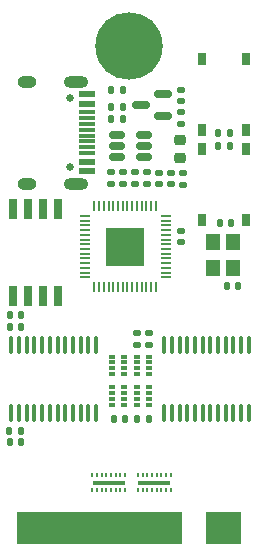
<source format=gbr>
%TF.GenerationSoftware,KiCad,Pcbnew,7.0.5-0*%
%TF.CreationDate,2023-07-31T19:13:05-04:00*%
%TF.ProjectId,mula,6d756c61-2e6b-4696-9361-645f70636258,rev?*%
%TF.SameCoordinates,Original*%
%TF.FileFunction,Soldermask,Top*%
%TF.FilePolarity,Negative*%
%FSLAX46Y46*%
G04 Gerber Fmt 4.6, Leading zero omitted, Abs format (unit mm)*
G04 Created by KiCad (PCBNEW 7.0.5-0) date 2023-07-31 19:13:05*
%MOMM*%
%LPD*%
G01*
G04 APERTURE LIST*
G04 Aperture macros list*
%AMRoundRect*
0 Rectangle with rounded corners*
0 $1 Rounding radius*
0 $2 $3 $4 $5 $6 $7 $8 $9 X,Y pos of 4 corners*
0 Add a 4 corners polygon primitive as box body*
4,1,4,$2,$3,$4,$5,$6,$7,$8,$9,$2,$3,0*
0 Add four circle primitives for the rounded corners*
1,1,$1+$1,$2,$3*
1,1,$1+$1,$4,$5*
1,1,$1+$1,$6,$7*
1,1,$1+$1,$8,$9*
0 Add four rect primitives between the rounded corners*
20,1,$1+$1,$2,$3,$4,$5,0*
20,1,$1+$1,$4,$5,$6,$7,0*
20,1,$1+$1,$6,$7,$8,$9,0*
20,1,$1+$1,$8,$9,$2,$3,0*%
G04 Aperture macros list end*
%ADD10RoundRect,0.140000X-0.140000X-0.170000X0.140000X-0.170000X0.140000X0.170000X-0.140000X0.170000X0*%
%ADD11RoundRect,0.218750X-0.256250X0.218750X-0.256250X-0.218750X0.256250X-0.218750X0.256250X0.218750X0*%
%ADD12R,0.750000X1.000000*%
%ADD13RoundRect,0.135000X-0.185000X0.135000X-0.185000X-0.135000X0.185000X-0.135000X0.185000X0.135000X0*%
%ADD14RoundRect,0.100000X0.100000X-0.637500X0.100000X0.637500X-0.100000X0.637500X-0.100000X-0.637500X0*%
%ADD15C,5.703200*%
%ADD16RoundRect,0.101600X-0.175000X-1.250000X0.175000X-1.250000X0.175000X1.250000X-0.175000X1.250000X0*%
%ADD17RoundRect,0.140000X0.170000X-0.140000X0.170000X0.140000X-0.170000X0.140000X-0.170000X-0.140000X0*%
%ADD18R,0.650000X1.700000*%
%ADD19RoundRect,0.135000X-0.135000X-0.185000X0.135000X-0.185000X0.135000X0.185000X-0.135000X0.185000X0*%
%ADD20RoundRect,0.150000X0.587500X0.150000X-0.587500X0.150000X-0.587500X-0.150000X0.587500X-0.150000X0*%
%ADD21RoundRect,0.135000X0.185000X-0.135000X0.185000X0.135000X-0.185000X0.135000X-0.185000X-0.135000X0*%
%ADD22RoundRect,0.140000X0.140000X0.170000X-0.140000X0.170000X-0.140000X-0.170000X0.140000X-0.170000X0*%
%ADD23RoundRect,0.140000X-0.170000X0.140000X-0.170000X-0.140000X0.170000X-0.140000X0.170000X0.140000X0*%
%ADD24R,0.200000X0.400000*%
%ADD25R,2.800000X0.400000*%
%ADD26RoundRect,0.150000X-0.512500X-0.150000X0.512500X-0.150000X0.512500X0.150000X-0.512500X0.150000X0*%
%ADD27R,0.500000X0.320000*%
%ADD28RoundRect,0.135000X0.135000X0.185000X-0.135000X0.185000X-0.135000X-0.185000X0.135000X-0.185000X0*%
%ADD29R,1.200000X1.400000*%
%ADD30RoundRect,0.050000X0.050000X-0.387500X0.050000X0.387500X-0.050000X0.387500X-0.050000X-0.387500X0*%
%ADD31RoundRect,0.050000X0.387500X-0.050000X0.387500X0.050000X-0.387500X0.050000X-0.387500X-0.050000X0*%
%ADD32R,3.200000X3.200000*%
%ADD33C,0.650000*%
%ADD34R,1.450000X0.600000*%
%ADD35R,1.450000X0.300000*%
%ADD36O,2.100000X1.000000*%
%ADD37O,1.600000X1.000000*%
G04 APERTURE END LIST*
D10*
%TO.C,C115*%
X129870000Y-105425000D03*
X130830000Y-105425000D03*
%TD*%
D11*
%TO.C,D101*%
X144300000Y-79800000D03*
X144300000Y-81375000D03*
%TD*%
D12*
%TO.C,SW102*%
X146170000Y-78970000D03*
X146170000Y-72970000D03*
X149920000Y-78970000D03*
X149920000Y-72970000D03*
%TD*%
D13*
%TO.C,R105*%
X141525000Y-82565000D03*
X141525000Y-83585000D03*
%TD*%
D10*
%TO.C,C101*%
X148245000Y-92175000D03*
X149205000Y-92175000D03*
%TD*%
D13*
%TO.C,R104*%
X140500000Y-82540000D03*
X140500000Y-83560000D03*
%TD*%
D14*
%TO.C,U106*%
X142975000Y-102925000D03*
X143625000Y-102925000D03*
X144275000Y-102925000D03*
X144925000Y-102925000D03*
X145575000Y-102925000D03*
X146225000Y-102925000D03*
X146875000Y-102925000D03*
X147525000Y-102925000D03*
X148175000Y-102925000D03*
X148825000Y-102925000D03*
X149475000Y-102925000D03*
X150125000Y-102925000D03*
X150125000Y-97200000D03*
X149475000Y-97200000D03*
X148825000Y-97200000D03*
X148175000Y-97200000D03*
X147525000Y-97200000D03*
X146875000Y-97200000D03*
X146225000Y-97200000D03*
X145575000Y-97200000D03*
X144925000Y-97200000D03*
X144275000Y-97200000D03*
X143625000Y-97200000D03*
X142975000Y-97200000D03*
%TD*%
D15*
%TO.C,J102*%
X139987500Y-71905000D03*
D16*
X149237500Y-112655000D03*
X148737500Y-112655000D03*
X148237500Y-112655000D03*
X147737500Y-112655000D03*
X147237500Y-112655000D03*
X146737500Y-112655000D03*
X144237500Y-112655000D03*
X143737500Y-112655000D03*
X143237500Y-112655000D03*
X142737500Y-112655000D03*
X142237500Y-112655000D03*
X141737500Y-112655000D03*
X141237500Y-112655000D03*
X140737500Y-112655000D03*
X140237500Y-112655000D03*
X139737500Y-112655000D03*
X139237500Y-112655000D03*
X138737500Y-112655000D03*
X138237500Y-112655000D03*
X137737500Y-112655000D03*
X137237500Y-112655000D03*
X136737500Y-112655000D03*
X136237500Y-112655000D03*
X135737500Y-112655000D03*
X135237500Y-112655000D03*
X134737500Y-112655000D03*
X134237500Y-112655000D03*
X133737500Y-112655000D03*
X133237500Y-112655000D03*
X132737500Y-112655000D03*
X132237500Y-112655000D03*
X131737500Y-112655000D03*
X131237500Y-112655000D03*
X130737500Y-112655000D03*
%TD*%
D17*
%TO.C,C114*%
X144400000Y-76550000D03*
X144400000Y-75590000D03*
%TD*%
D18*
%TO.C,U101*%
X130120000Y-93000000D03*
X131390000Y-93000000D03*
X132660000Y-93000000D03*
X133930000Y-93000000D03*
X133930000Y-85700000D03*
X132660000Y-85700000D03*
X131390000Y-85700000D03*
X130120000Y-85700000D03*
%TD*%
D19*
%TO.C,R107*%
X129845000Y-104425000D03*
X130865000Y-104425000D03*
%TD*%
D20*
%TO.C,U104*%
X142875000Y-77795000D03*
X142875000Y-75895000D03*
X141000000Y-76845000D03*
%TD*%
D21*
%TO.C,R109*%
X144575000Y-83610000D03*
X144575000Y-82590000D03*
%TD*%
D22*
%TO.C,C105*%
X130850000Y-95650000D03*
X129890000Y-95650000D03*
%TD*%
D13*
%TO.C,R103*%
X138492500Y-82555000D03*
X138492500Y-83575000D03*
%TD*%
D14*
%TO.C,U105*%
X130025000Y-102900000D03*
X130675000Y-102900000D03*
X131325000Y-102900000D03*
X131975000Y-102900000D03*
X132625000Y-102900000D03*
X133275000Y-102900000D03*
X133925000Y-102900000D03*
X134575000Y-102900000D03*
X135225000Y-102900000D03*
X135875000Y-102900000D03*
X136525000Y-102900000D03*
X137175000Y-102900000D03*
X137175000Y-97175000D03*
X136525000Y-97175000D03*
X135875000Y-97175000D03*
X135225000Y-97175000D03*
X134575000Y-97175000D03*
X133925000Y-97175000D03*
X133275000Y-97175000D03*
X132625000Y-97175000D03*
X131975000Y-97175000D03*
X131325000Y-97175000D03*
X130675000Y-97175000D03*
X130025000Y-97175000D03*
%TD*%
D12*
%TO.C,SW101*%
X146145000Y-86570000D03*
X146145000Y-80570000D03*
X149895000Y-86570000D03*
X149895000Y-80570000D03*
%TD*%
D22*
%TO.C,C106*%
X130850000Y-94675000D03*
X129890000Y-94675000D03*
%TD*%
D23*
%TO.C,C103*%
X142550000Y-82590000D03*
X142550000Y-83550000D03*
%TD*%
%TO.C,C112*%
X141675000Y-96195000D03*
X141675000Y-97155000D03*
%TD*%
%TO.C,C104*%
X139482500Y-82575000D03*
X139482500Y-83535000D03*
%TD*%
D19*
%TO.C,R106*%
X147510000Y-79220000D03*
X148530000Y-79220000D03*
%TD*%
D24*
%TO.C,L101*%
X136850000Y-109425000D03*
X137250000Y-109425000D03*
X137650000Y-109425000D03*
X138050000Y-109425000D03*
X138450000Y-109425000D03*
X138850000Y-109425000D03*
X139250000Y-109425000D03*
X139650000Y-109425000D03*
X139650000Y-108225000D03*
X139250000Y-108225000D03*
X138850000Y-108225000D03*
X138450000Y-108225000D03*
X138050000Y-108225000D03*
X137650000Y-108225000D03*
X137250000Y-108225000D03*
X136850000Y-108225000D03*
D25*
X138250000Y-108825000D03*
%TD*%
D23*
%TO.C,C107*%
X140675000Y-96195000D03*
X140675000Y-97155000D03*
%TD*%
D26*
%TO.C,U103*%
X138962500Y-79395000D03*
X138962500Y-80345000D03*
X138962500Y-81295000D03*
X141237500Y-81295000D03*
X141237500Y-80345000D03*
X141237500Y-79395000D03*
%TD*%
D27*
%TO.C,RN101*%
X141650000Y-99662500D03*
X141650000Y-99162500D03*
X141650000Y-98662500D03*
X141650000Y-98162500D03*
X140650000Y-98162500D03*
X140650000Y-98662500D03*
X140650000Y-99162500D03*
X140650000Y-99662500D03*
%TD*%
D22*
%TO.C,C102*%
X148630000Y-86850000D03*
X147670000Y-86850000D03*
%TD*%
D28*
%TO.C,R101*%
X148530000Y-80320000D03*
X147510000Y-80320000D03*
%TD*%
D27*
%TO.C,RN104*%
X138575000Y-98162500D03*
X138575000Y-98662500D03*
X138575000Y-99162500D03*
X138575000Y-99662500D03*
X139575000Y-99662500D03*
X139575000Y-99162500D03*
X139575000Y-98662500D03*
X139575000Y-98162500D03*
%TD*%
D17*
%TO.C,C111*%
X143550000Y-83550000D03*
X143550000Y-82590000D03*
%TD*%
%TO.C,C109*%
X144350000Y-88455000D03*
X144350000Y-87495000D03*
%TD*%
D10*
%TO.C,C110*%
X138495000Y-77045000D03*
X139455000Y-77045000D03*
%TD*%
D24*
%TO.C,L102*%
X140725000Y-109425000D03*
X141125000Y-109425000D03*
X141525000Y-109425000D03*
X141925000Y-109425000D03*
X142325000Y-109425000D03*
X142725000Y-109425000D03*
X143125000Y-109425000D03*
X143525000Y-109425000D03*
X143525000Y-108225000D03*
X143125000Y-108225000D03*
X142725000Y-108225000D03*
X142325000Y-108225000D03*
X141925000Y-108225000D03*
X141525000Y-108225000D03*
X141125000Y-108225000D03*
X140725000Y-108225000D03*
D25*
X142125000Y-108825000D03*
%TD*%
D29*
%TO.C,Y101*%
X147100000Y-88425000D03*
X147100000Y-90625000D03*
X148800000Y-90625000D03*
X148800000Y-88425000D03*
%TD*%
D27*
%TO.C,RN102*%
X138575000Y-100737500D03*
X138575000Y-101237500D03*
X138575000Y-101737500D03*
X138575000Y-102237500D03*
X139575000Y-102237500D03*
X139575000Y-101737500D03*
X139575000Y-101237500D03*
X139575000Y-100737500D03*
%TD*%
D19*
%TO.C,R102*%
X138465000Y-78070000D03*
X139485000Y-78070000D03*
%TD*%
%TO.C,R108*%
X140615000Y-103450000D03*
X141635000Y-103450000D03*
%TD*%
D30*
%TO.C,U102*%
X137050000Y-92287500D03*
X137450000Y-92287500D03*
X137850000Y-92287500D03*
X138250000Y-92287500D03*
X138650000Y-92287500D03*
X139050000Y-92287500D03*
X139450000Y-92287500D03*
X139850000Y-92287500D03*
X140250000Y-92287500D03*
X140650000Y-92287500D03*
X141050000Y-92287500D03*
X141450000Y-92287500D03*
X141850000Y-92287500D03*
X142250000Y-92287500D03*
D31*
X143087500Y-91450000D03*
X143087500Y-91050000D03*
X143087500Y-90650000D03*
X143087500Y-90250000D03*
X143087500Y-89850000D03*
X143087500Y-89450000D03*
X143087500Y-89050000D03*
X143087500Y-88650000D03*
X143087500Y-88250000D03*
X143087500Y-87850000D03*
X143087500Y-87450000D03*
X143087500Y-87050000D03*
X143087500Y-86650000D03*
X143087500Y-86250000D03*
D30*
X142250000Y-85412500D03*
X141850000Y-85412500D03*
X141450000Y-85412500D03*
X141050000Y-85412500D03*
X140650000Y-85412500D03*
X140250000Y-85412500D03*
X139850000Y-85412500D03*
X139450000Y-85412500D03*
X139050000Y-85412500D03*
X138650000Y-85412500D03*
X138250000Y-85412500D03*
X137850000Y-85412500D03*
X137450000Y-85412500D03*
X137050000Y-85412500D03*
D31*
X136212500Y-86250000D03*
X136212500Y-86650000D03*
X136212500Y-87050000D03*
X136212500Y-87450000D03*
X136212500Y-87850000D03*
X136212500Y-88250000D03*
X136212500Y-88650000D03*
X136212500Y-89050000D03*
X136212500Y-89450000D03*
X136212500Y-89850000D03*
X136212500Y-90250000D03*
X136212500Y-90650000D03*
X136212500Y-91050000D03*
X136212500Y-91450000D03*
D32*
X139650000Y-88850000D03*
%TD*%
D22*
%TO.C,C116*%
X139675000Y-103450000D03*
X138715000Y-103450000D03*
%TD*%
%TO.C,C108*%
X139455000Y-75575000D03*
X138495000Y-75575000D03*
%TD*%
D23*
%TO.C,C113*%
X144400000Y-77490000D03*
X144400000Y-78450000D03*
%TD*%
D27*
%TO.C,RN103*%
X141650000Y-102237500D03*
X141650000Y-101737500D03*
X141650000Y-101237500D03*
X141650000Y-100737500D03*
X140650000Y-100737500D03*
X140650000Y-101237500D03*
X140650000Y-101737500D03*
X140650000Y-102237500D03*
%TD*%
D33*
%TO.C,J101*%
X134950000Y-76310000D03*
X134950000Y-82090000D03*
D34*
X136395000Y-75950000D03*
X136395000Y-76750000D03*
D35*
X136395000Y-77950000D03*
X136395000Y-78950000D03*
X136395000Y-79450000D03*
X136395000Y-80450000D03*
D34*
X136395000Y-81650000D03*
X136395000Y-82450000D03*
X136395000Y-82450000D03*
X136395000Y-81650000D03*
D35*
X136395000Y-80950000D03*
X136395000Y-79950000D03*
X136395000Y-78450000D03*
X136395000Y-77450000D03*
D34*
X136395000Y-76750000D03*
X136395000Y-75950000D03*
D36*
X135480000Y-74880000D03*
D37*
X131300000Y-74880000D03*
D36*
X135480000Y-83520000D03*
D37*
X131300000Y-83520000D03*
%TD*%
M02*

</source>
